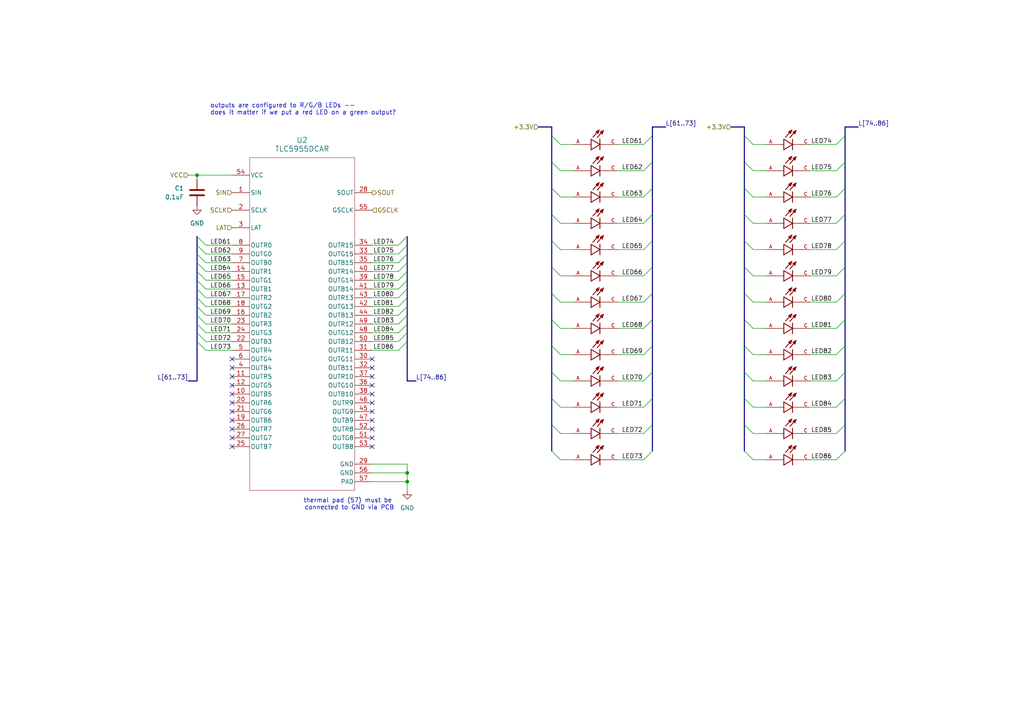
<source format=kicad_sch>
(kicad_sch (version 20231120) (generator "eeschema") (generator_version "8.0")
  (paper "A4")
  (lib_symbols
    (symbol "Device:C" (pin_numbers hide) (pin_names (offset 0.254))
      (property "Reference" "C" (at 0.635 2.54 0))
      (property "Value" "C" (at 0.635 -2.54 0))
      (symbol "C_0_1"
        (polyline (pts (xy -2.032 -0.762) (xy 2.032 -0.762)) (stroke (width 0.508)))
        (polyline (pts (xy -2.032 0.762) (xy 2.032 0.762)) (stroke (width 0.508)))
      )
      (symbol "C_1_1"
        (pin passive line (at 0 3.81 270) (length 2.794) (name "~") (number "1"))
        (pin passive line (at 0 -3.81 90) (length 2.794) (name "~") (number "2"))
      )
    )
    (symbol "LED 0603:LTST-C191KFKT" (pin_names (offset 1.016))
      (property "Reference" "D" (at -3.556 4.4958 0))
      (property "Value" "LTST-C191KFKT" (at -3.556 -3.302 0))
      (symbol "LTST-C191KFKT_0_0"
        (polyline (pts (xy -2.54 -1.524) (xy 0 0)) (stroke (width 0.254)))
        (polyline (pts (xy -2.54 0) (xy -5.08 0)) (stroke (width 0.1524)))
        (polyline (pts (xy -2.54 0) (xy -2.54 -1.524)) (stroke (width 0.254)))
        (polyline (pts (xy -2.54 1.524) (xy -2.54 0)) (stroke (width 0.254)))
        (polyline (pts (xy -1.1176 3.683) (xy -0.2286 4.1656)) (stroke (width 0.254)))
        (polyline (pts (xy -0.9398 3.6068) (xy -0.7112 3.7592)) (stroke (width 0.254)))
        (polyline (pts (xy -0.5588 3.2004) (xy -1.1176 3.683)) (stroke (width 0.254)))
        (polyline (pts (xy -0.5588 3.2004) (xy -0.5334 3.937)) (stroke (width 0.254)))
        (polyline (pts (xy -0.5334 3.937) (xy -0.6604 3.937)) (stroke (width 0.254)))
        (polyline (pts (xy -0.2286 4.1656) (xy -2.0066 2.1336)) (stroke (width 0.254)))
        (polyline (pts (xy -0.2286 4.1656) (xy -0.5588 3.2004)) (stroke (width 0.254)))
        (polyline (pts (xy 0 0) (xy -2.54 1.524)) (stroke (width 0.254)))
        (polyline (pts (xy 0 0) (xy 0 -1.524)) (stroke (width 0.254)))
        (polyline (pts (xy 0 1.524) (xy 0 0)) (stroke (width 0.254)))
        (polyline (pts (xy 0.127 3.5814) (xy 1.016 4.064)) (stroke (width 0.254)))
        (polyline (pts (xy 0.3048 3.5052) (xy 0.5334 3.6576)) (stroke (width 0.254)))
        (polyline (pts (xy 0.6858 3.0988) (xy 0.127 3.5814)) (stroke (width 0.254)))
        (polyline (pts (xy 0.6858 3.0988) (xy 0.7112 3.8354)) (stroke (width 0.254)))
        (polyline (pts (xy 0.7112 3.8354) (xy 0.5842 3.8354)) (stroke (width 0.254)))
        (polyline (pts (xy 1.016 4.064) (xy -0.762 2.032)) (stroke (width 0.254)))
        (polyline (pts (xy 1.016 4.064) (xy 0.6858 3.0988)) (stroke (width 0.254)))
        (polyline (pts (xy 2.54 0) (xy 0 0)) (stroke (width 0.1524)))
        (pin passive line (at -7.62 0 0) (length 2.54) (name "~") (number "A"))
        (pin passive line (at 5.08 0 180) (length 2.54) (name "~") (number "C"))
      )
    )
    (symbol "TLC5955:TLC5955DCAR" (pin_names (offset 0.254))
      (property "Reference" "U" (at 0 2.54 0))
      (property "Value" "TLC5955DCAR" (at 0 0 0))
      (symbol "TLC5955DCAR_0_1"
        (polyline (pts (xy -15.24 -48.26) (xy 15.24 -48.26)) (stroke (width 0.1016)))
        (polyline (pts (xy -15.24 48.26) (xy -15.24 -48.26)) (stroke (width 0.1016)))
        (polyline (pts (xy 15.24 -48.26) (xy 15.24 48.26)) (stroke (width 0.1016)))
        (polyline (pts (xy 15.24 48.26) (xy -15.24 48.26)) (stroke (width 0.1016)))
        (pin input line (at -20.32 38.1 0) (length 5.08) (name "SIN") (number "1"))
        (pin output line (at -20.32 -20.32 0) (length 5.08) (name "OUTB5") (number "10"))
        (pin output line (at -20.32 -15.24 0) (length 5.08) (name "OUTR5") (number "11"))
        (pin output line (at -20.32 -17.78 0) (length 5.08) (name "OUTG5") (number "12"))
        (pin output line (at -20.32 10.16 0) (length 5.08) (name "OUTB1") (number "13"))
        (pin output line (at -20.32 15.24 0) (length 5.08) (name "OUTR1") (number "14"))
        (pin output line (at -20.32 12.7 0) (length 5.08) (name "OUTG1") (number "15"))
        (pin output line (at -20.32 2.54 0) (length 5.08) (name "OUTB2") (number "16"))
        (pin output line (at -20.32 7.62 0) (length 5.08) (name "OUTR2") (number "17"))
        (pin output line (at -20.32 5.08 0) (length 5.08) (name "OUTG2") (number "18"))
        (pin output line (at -20.32 -27.94 0) (length 5.08) (name "OUTB6") (number "19"))
        (pin input line (at -20.32 33.02 0) (length 5.08) (name "SCLK") (number "2"))
        (pin output line (at -20.32 -22.86 0) (length 5.08) (name "OUTR6") (number "20"))
        (pin output line (at -20.32 -25.4 0) (length 5.08) (name "OUTG6") (number "21"))
        (pin output line (at -20.32 -5.08 0) (length 5.08) (name "OUTB3") (number "22"))
        (pin output line (at -20.32 0 0) (length 5.08) (name "OUTR3") (number "23"))
        (pin output line (at -20.32 -2.54 0) (length 5.08) (name "OUTG3") (number "24"))
        (pin output line (at -20.32 -35.56 0) (length 5.08) (name "OUTB7") (number "25"))
        (pin output line (at -20.32 -30.48 0) (length 5.08) (name "OUTR7") (number "26"))
        (pin output line (at -20.32 -33.02 0) (length 5.08) (name "OUTG7") (number "27"))
        (pin output line (at 20.32 38.1 180) (length 5.08) (name "SOUT") (number "28"))
        (pin power_in line (at 20.32 -40.64 180) (length 5.08) (name "GND") (number "29"))
        (pin input line (at -20.32 27.94 0) (length 5.08) (name "LAT") (number "3"))
        (pin output line (at 20.32 -10.16 180) (length 5.08) (name "OUTG11") (number "30"))
        (pin output line (at 20.32 -7.62 180) (length 5.08) (name "OUTR11") (number "31"))
        (pin output line (at 20.32 -12.7 180) (length 5.08) (name "OUTB11") (number "32"))
        (pin output line (at 20.32 20.32 180) (length 5.08) (name "OUTG15") (number "33"))
        (pin output line (at 20.32 22.86 180) (length 5.08) (name "OUTR15") (number "34"))
        (pin output line (at 20.32 17.78 180) (length 5.08) (name "OUTB15") (number "35"))
        (pin output line (at 20.32 -17.78 180) (length 5.08) (name "OUTG10") (number "36"))
        (pin output line (at 20.32 -15.24 180) (length 5.08) (name "OUTR10") (number "37"))
        (pin output line (at 20.32 -20.32 180) (length 5.08) (name "OUTB10") (number "38"))
        (pin output line (at 20.32 12.7 180) (length 5.08) (name "OUTG14") (number "39"))
        (pin output line (at -20.32 -12.7 0) (length 5.08) (name "OUTB4") (number "4"))
        (pin output line (at 20.32 15.24 180) (length 5.08) (name "OUTR14") (number "40"))
        (pin output line (at 20.32 10.16 180) (length 5.08) (name "OUTB14") (number "41"))
        (pin output line (at 20.32 5.08 180) (length 5.08) (name "OUTG13") (number "42"))
        (pin output line (at 20.32 7.62 180) (length 5.08) (name "OUTR13") (number "43"))
        (pin output line (at 20.32 2.54 180) (length 5.08) (name "OUTB13") (number "44"))
        (pin output line (at 20.32 -25.4 180) (length 5.08) (name "OUTG9") (number "45"))
        (pin output line (at 20.32 -22.86 180) (length 5.08) (name "OUTR9") (number "46"))
        (pin output line (at 20.32 -27.94 180) (length 5.08) (name "OUTB9") (number "47"))
        (pin output line (at 20.32 -2.54 180) (length 5.08) (name "OUTG12") (number "48"))
        (pin output line (at 20.32 0 180) (length 5.08) (name "OUTR12") (number "49"))
        (pin output line (at -20.32 -7.62 0) (length 5.08) (name "OUTR4") (number "5"))
        (pin output line (at 20.32 -5.08 180) (length 5.08) (name "OUTB12") (number "50"))
        (pin output line (at 20.32 -33.02 180) (length 5.08) (name "OUTG8") (number "51"))
        (pin output line (at 20.32 -30.48 180) (length 5.08) (name "OUTR8") (number "52"))
        (pin output line (at 20.32 -35.56 180) (length 5.08) (name "OUTB8") (number "53"))
        (pin power_in line (at -20.32 43.18 0) (length 5.08) (name "VCC") (number "54"))
        (pin input line (at 20.32 33.02 180) (length 5.08) (name "GSCLK") (number "55"))
        (pin power_in line (at 20.32 -43.18 180) (length 5.08) (name "GND") (number "56"))
        (pin power_in line (at 20.32 -45.72 180) (length 5.08) (name "PAD") (number "57"))
        (pin output line (at -20.32 -10.16 0) (length 5.08) (name "OUTG4") (number "6"))
        (pin output line (at -20.32 17.78 0) (length 5.08) (name "OUTB0") (number "7"))
        (pin output line (at -20.32 22.86 0) (length 5.08) (name "OUTR0") (number "8"))
        (pin output line (at -20.32 20.32 0) (length 5.08) (name "OUTG0") (number "9"))
      )
    )
    (symbol "power:GND" (power) (pin_numbers hide) (pin_names (offset 0) hide)
      (property "Value" "GND" (at 0 -3.81 0))
      (symbol "GND_0_1"
        (polyline (pts (xy 0 0) (xy 0 -1.27) (xy 1.27 -1.27) (xy 0 -2.54) (xy -1.27 -1.27) (xy 0 -1.27)))
      )
      (symbol "GND_1_1"
        (pin power_in line (at 0 0 270) (length 0) (name "~") (number "1"))
      )
    )
  )
  (junction (at 57.15 50.8))
  (junction (at 118.11 139.7))
  (junction (at 118.11 137.16))
  (no_connect (at 107.95 129.54))
  (no_connect (at 67.31 121.92))
  (no_connect (at 107.95 104.14))
  (no_connect (at 107.95 114.3))
  (no_connect (at 67.31 116.84))
  (no_connect (at 107.95 106.68))
  (no_connect (at 107.95 124.46))
  (no_connect (at 67.31 119.38))
  (no_connect (at 67.31 124.46))
  (no_connect (at 67.31 111.76))
  (no_connect (at 107.95 111.76))
  (no_connect (at 107.95 127))
  (no_connect (at 67.31 106.68))
  (no_connect (at 107.95 109.22))
  (no_connect (at 67.31 104.14))
  (no_connect (at 107.95 116.84))
  (no_connect (at 107.95 121.92))
  (no_connect (at 67.31 109.22))
  (no_connect (at 67.31 127))
  (no_connect (at 107.95 119.38))
  (no_connect (at 67.31 129.54))
  (no_connect (at 67.31 114.3))
  (bus_entry (at 118.11 83.82) (size -2.54 2.54))
  (bus_entry (at 160.02 46.99) (size 2.54 2.54))
  (bus_entry (at 215.9 77.47) (size 2.54 2.54))
  (bus_entry (at 160.02 123.19) (size 2.54 2.54))
  (bus_entry (at 245.11 54.61) (size -2.54 2.54))
  (bus_entry (at 57.15 78.74) (size 2.54 2.54))
  (bus_entry (at 245.11 85.09) (size -2.54 2.54))
  (bus_entry (at 57.15 76.2) (size 2.54 2.54))
  (bus_entry (at 160.02 85.09) (size 2.54 2.54))
  (bus_entry (at 57.15 68.58) (size 2.54 2.54))
  (bus_entry (at 160.02 115.57) (size 2.54 2.54))
  (bus_entry (at 57.15 86.36) (size 2.54 2.54))
  (bus_entry (at 118.11 78.74) (size -2.54 2.54))
  (bus_entry (at 160.02 92.71) (size 2.54 2.54))
  (bus_entry (at 118.11 68.58) (size -2.54 2.54))
  (bus_entry (at 215.9 107.95) (size 2.54 2.54))
  (bus_entry (at 57.15 83.82) (size 2.54 2.54))
  (bus_entry (at 215.9 92.71) (size 2.54 2.54))
  (bus_entry (at 189.23 39.37) (size -2.54 2.54))
  (bus_entry (at 215.9 54.61) (size 2.54 2.54))
  (bus_entry (at 245.11 100.33) (size -2.54 2.54))
  (bus_entry (at 160.02 62.23) (size 2.54 2.54))
  (bus_entry (at 245.11 115.57) (size -2.54 2.54))
  (bus_entry (at 118.11 73.66) (size -2.54 2.54))
  (bus_entry (at 57.15 96.52) (size 2.54 2.54))
  (bus_entry (at 57.15 81.28) (size 2.54 2.54))
  (bus_entry (at 118.11 86.36) (size -2.54 2.54))
  (bus_entry (at 215.9 100.33) (size 2.54 2.54))
  (bus_entry (at 118.11 91.44) (size -2.54 2.54))
  (bus_entry (at 118.11 93.98) (size -2.54 2.54))
  (bus_entry (at 189.23 123.19) (size -2.54 2.54))
  (bus_entry (at 189.23 100.33) (size -2.54 2.54))
  (bus_entry (at 245.11 77.47) (size -2.54 2.54))
  (bus_entry (at 118.11 99.06) (size -2.54 2.54))
  (bus_entry (at 245.11 46.99) (size -2.54 2.54))
  (bus_entry (at 189.23 46.99) (size -2.54 2.54))
  (bus_entry (at 189.23 85.09) (size -2.54 2.54))
  (bus_entry (at 189.23 107.95) (size -2.54 2.54))
  (bus_entry (at 57.15 99.06) (size 2.54 2.54))
  (bus_entry (at 118.11 81.28) (size -2.54 2.54))
  (bus_entry (at 118.11 71.12) (size -2.54 2.54))
  (bus_entry (at 245.11 107.95) (size -2.54 2.54))
  (bus_entry (at 160.02 54.61) (size 2.54 2.54))
  (bus_entry (at 245.11 92.71) (size -2.54 2.54))
  (bus_entry (at 160.02 69.85) (size 2.54 2.54))
  (bus_entry (at 189.23 77.47) (size -2.54 2.54))
  (bus_entry (at 245.11 69.85) (size -2.54 2.54))
  (bus_entry (at 57.15 88.9) (size 2.54 2.54))
  (bus_entry (at 215.9 69.85) (size 2.54 2.54))
  (bus_entry (at 215.9 62.23) (size 2.54 2.54))
  (bus_entry (at 57.15 73.66) (size 2.54 2.54))
  (bus_entry (at 215.9 130.81) (size 2.54 2.54))
  (bus_entry (at 160.02 107.95) (size 2.54 2.54))
  (bus_entry (at 160.02 100.33) (size 2.54 2.54))
  (bus_entry (at 57.15 91.44) (size 2.54 2.54))
  (bus_entry (at 118.11 76.2) (size -2.54 2.54))
  (bus_entry (at 57.15 93.98) (size 2.54 2.54))
  (bus_entry (at 245.11 62.23) (size -2.54 2.54))
  (bus_entry (at 215.9 46.99) (size 2.54 2.54))
  (bus_entry (at 215.9 39.37) (size 2.54 2.54))
  (bus_entry (at 160.02 39.37) (size 2.54 2.54))
  (bus_entry (at 189.23 62.23) (size -2.54 2.54))
  (bus_entry (at 189.23 69.85) (size -2.54 2.54))
  (bus_entry (at 189.23 92.71) (size -2.54 2.54))
  (bus_entry (at 189.23 54.61) (size -2.54 2.54))
  (bus_entry (at 215.9 115.57) (size 2.54 2.54))
  (bus_entry (at 189.23 115.57) (size -2.54 2.54))
  (bus_entry (at 245.11 39.37) (size -2.54 2.54))
  (bus_entry (at 215.9 85.09) (size 2.54 2.54))
  (bus_entry (at 215.9 123.19) (size 2.54 2.54))
  (bus_entry (at 160.02 77.47) (size 2.54 2.54))
  (bus_entry (at 57.15 71.12) (size 2.54 2.54))
  (bus_entry (at 118.11 96.52) (size -2.54 2.54))
  (bus_entry (at 245.11 130.81) (size -2.54 2.54))
  (bus_entry (at 189.23 130.81) (size -2.54 2.54))
  (bus_entry (at 118.11 88.9) (size -2.54 2.54))
  (bus_entry (at 160.02 130.81) (size 2.54 2.54))
  (bus_entry (at 245.11 123.19) (size -2.54 2.54))
  (wire (pts (xy 242.57 64.77) (xy 234.95 64.77)))
  (wire (pts (xy 115.57 83.82) (xy 107.95 83.82)))
  (wire (pts (xy 242.57 125.73) (xy 234.95 125.73)))
  (bus (pts (xy 245.11 54.61) (xy 245.11 62.23)))
  (bus (pts (xy 160.02 92.71) (xy 160.02 85.09)))
  (bus (pts (xy 57.15 99.06) (xy 57.15 110.49)))
  (wire (pts (xy 242.57 57.15) (xy 234.95 57.15)))
  (bus (pts (xy 245.11 115.57) (xy 245.11 123.19)))
  (wire (pts (xy 162.56 57.15) (xy 166.37 57.15)))
  (bus (pts (xy 160.02 85.09) (xy 160.02 77.47)))
  (bus (pts (xy 118.11 68.58) (xy 118.11 71.12)))
  (bus (pts (xy 118.11 93.98) (xy 118.11 96.52)))
  (wire (pts (xy 242.57 118.11) (xy 234.95 118.11)))
  (bus (pts (xy 215.9 39.37) (xy 215.9 36.83)))
  (wire (pts (xy 242.57 110.49) (xy 234.95 110.49)))
  (bus (pts (xy 57.15 71.12) (xy 57.15 73.66)))
  (bus (pts (xy 57.15 88.9) (xy 57.15 91.44)))
  (wire (pts (xy 218.44 64.77) (xy 222.25 64.77)))
  (wire (pts (xy 242.57 87.63) (xy 234.95 87.63)))
  (wire (pts (xy 242.57 49.53) (xy 234.95 49.53)))
  (wire (pts (xy 218.44 87.63) (xy 222.25 87.63)))
  (bus (pts (xy 215.9 92.71) (xy 215.9 85.09)))
  (bus (pts (xy 189.23 62.23) (xy 189.23 69.85)))
  (bus (pts (xy 57.15 76.2) (xy 57.15 78.74)))
  (bus (pts (xy 189.23 36.83) (xy 189.23 39.37)))
  (wire (pts (xy 59.69 81.28) (xy 67.31 81.28)))
  (wire (pts (xy 179.07 87.63) (xy 186.69 87.63)))
  (bus (pts (xy 160.02 77.47) (xy 160.02 69.85)))
  (bus (pts (xy 118.11 96.52) (xy 118.11 99.06)))
  (bus (pts (xy 160.02 115.57) (xy 160.02 107.95)))
  (wire (pts (xy 118.11 134.62) (xy 118.11 137.16)))
  (bus (pts (xy 118.11 78.74) (xy 118.11 81.28)))
  (bus (pts (xy 57.15 73.66) (xy 57.15 76.2)))
  (bus (pts (xy 160.02 39.37) (xy 160.02 36.83)))
  (bus (pts (xy 160.02 62.23) (xy 160.02 54.61)))
  (bus (pts (xy 245.11 39.37) (xy 245.11 46.99)))
  (bus (pts (xy 245.11 123.19) (xy 245.11 130.81)))
  (wire (pts (xy 115.57 78.74) (xy 107.95 78.74)))
  (bus (pts (xy 118.11 83.82) (xy 118.11 86.36)))
  (bus (pts (xy 215.9 123.19) (xy 215.9 115.57)))
  (bus (pts (xy 245.11 107.95) (xy 245.11 115.57)))
  (wire (pts (xy 59.69 101.6) (xy 67.31 101.6)))
  (bus (pts (xy 160.02 130.81) (xy 160.02 123.19)))
  (wire (pts (xy 218.44 72.39) (xy 222.25 72.39)))
  (bus (pts (xy 57.15 81.28) (xy 57.15 83.82)))
  (wire (pts (xy 162.56 118.11) (xy 166.37 118.11)))
  (wire (pts (xy 118.11 137.16) (xy 118.11 139.7)))
  (bus (pts (xy 160.02 107.95) (xy 160.02 100.33)))
  (wire (pts (xy 115.57 71.12) (xy 107.95 71.12)))
  (wire (pts (xy 59.69 91.44) (xy 67.31 91.44)))
  (wire (pts (xy 179.07 80.01) (xy 186.69 80.01)))
  (wire (pts (xy 118.11 139.7) (xy 118.11 142.24)))
  (bus (pts (xy 118.11 88.9) (xy 118.11 91.44)))
  (wire (pts (xy 115.57 93.98) (xy 107.95 93.98)))
  (wire (pts (xy 59.69 71.12) (xy 67.31 71.12)))
  (wire (pts (xy 218.44 125.73) (xy 222.25 125.73)))
  (bus (pts (xy 215.9 107.95) (xy 215.9 100.33)))
  (bus (pts (xy 160.02 54.61) (xy 160.02 46.99)))
  (bus (pts (xy 57.15 91.44) (xy 57.15 93.98)))
  (wire (pts (xy 107.95 139.7) (xy 118.11 139.7)))
  (wire (pts (xy 179.07 118.11) (xy 186.69 118.11)))
  (wire (pts (xy 162.56 80.01) (xy 166.37 80.01)))
  (bus (pts (xy 118.11 71.12) (xy 118.11 73.66)))
  (bus (pts (xy 57.15 78.74) (xy 57.15 81.28)))
  (bus (pts (xy 215.9 115.57) (xy 215.9 107.95)))
  (wire (pts (xy 162.56 133.35) (xy 166.37 133.35)))
  (wire (pts (xy 242.57 133.35) (xy 234.95 133.35)))
  (bus (pts (xy 215.9 100.33) (xy 215.9 92.71)))
  (bus (pts (xy 118.11 73.66) (xy 118.11 76.2)))
  (wire (pts (xy 115.57 73.66) (xy 107.95 73.66)))
  (wire (pts (xy 59.69 88.9) (xy 67.31 88.9)))
  (bus (pts (xy 57.15 68.58) (xy 57.15 71.12)))
  (bus (pts (xy 245.11 100.33) (xy 245.11 107.95)))
  (bus (pts (xy 245.11 36.83) (xy 245.11 39.37)))
  (wire (pts (xy 162.56 110.49) (xy 166.37 110.49)))
  (bus (pts (xy 189.23 100.33) (xy 189.23 107.95)))
  (wire (pts (xy 242.57 72.39) (xy 234.95 72.39)))
  (wire (pts (xy 54.61 50.8) (xy 57.15 50.8)))
  (wire (pts (xy 162.56 49.53) (xy 166.37 49.53)))
  (wire (pts (xy 218.44 102.87) (xy 222.25 102.87)))
  (wire (pts (xy 162.56 64.77) (xy 166.37 64.77)))
  (bus (pts (xy 160.02 46.99) (xy 160.02 39.37)))
  (bus (pts (xy 120.65 110.49) (xy 118.11 110.49)))
  (wire (pts (xy 115.57 76.2) (xy 107.95 76.2)))
  (wire (pts (xy 242.57 80.01) (xy 234.95 80.01)))
  (wire (pts (xy 59.69 78.74) (xy 67.31 78.74)))
  (wire (pts (xy 218.44 80.01) (xy 222.25 80.01)))
  (wire (pts (xy 162.56 41.91) (xy 166.37 41.91)))
  (bus (pts (xy 212.09 36.83) (xy 215.9 36.83)))
  (bus (pts (xy 189.23 69.85) (xy 189.23 77.47)))
  (wire (pts (xy 162.56 125.73) (xy 166.37 125.73)))
  (wire (pts (xy 162.56 87.63) (xy 166.37 87.63)))
  (wire (pts (xy 115.57 86.36) (xy 107.95 86.36)))
  (bus (pts (xy 160.02 69.85) (xy 160.02 62.23)))
  (wire (pts (xy 115.57 81.28) (xy 107.95 81.28)))
  (bus (pts (xy 118.11 76.2) (xy 118.11 78.74)))
  (bus (pts (xy 215.9 85.09) (xy 215.9 77.47)))
  (bus (pts (xy 189.23 92.71) (xy 189.23 100.33)))
  (wire (pts (xy 162.56 72.39) (xy 166.37 72.39)))
  (bus (pts (xy 215.9 77.47) (xy 215.9 69.85)))
  (wire (pts (xy 179.07 41.91) (xy 186.69 41.91)))
  (bus (pts (xy 215.9 69.85) (xy 215.9 62.23)))
  (wire (pts (xy 218.44 133.35) (xy 222.25 133.35)))
  (wire (pts (xy 242.57 102.87) (xy 234.95 102.87)))
  (wire (pts (xy 218.44 95.25) (xy 222.25 95.25)))
  (bus (pts (xy 189.23 36.83) (xy 193.04 36.83)))
  (wire (pts (xy 107.95 137.16) (xy 118.11 137.16)))
  (wire (pts (xy 59.69 96.52) (xy 67.31 96.52)))
  (wire (pts (xy 59.69 83.82) (xy 67.31 83.82)))
  (wire (pts (xy 57.15 50.8) (xy 57.15 52.07)))
  (wire (pts (xy 162.56 102.87) (xy 166.37 102.87)))
  (bus (pts (xy 215.9 62.23) (xy 215.9 54.61)))
  (wire (pts (xy 179.07 110.49) (xy 186.69 110.49)))
  (bus (pts (xy 57.15 93.98) (xy 57.15 96.52)))
  (wire (pts (xy 218.44 41.91) (xy 222.25 41.91)))
  (bus (pts (xy 245.11 36.83) (xy 248.92 36.83)))
  (bus (pts (xy 245.11 92.71) (xy 245.11 100.33)))
  (bus (pts (xy 54.61 110.49) (xy 57.15 110.49)))
  (bus (pts (xy 118.11 91.44) (xy 118.11 93.98)))
  (bus (pts (xy 189.23 54.61) (xy 189.23 62.23)))
  (wire (pts (xy 115.57 99.06) (xy 107.95 99.06)))
  (bus (pts (xy 245.11 77.47) (xy 245.11 85.09)))
  (wire (pts (xy 115.57 91.44) (xy 107.95 91.44)))
  (wire (pts (xy 115.57 101.6) (xy 107.95 101.6)))
  (wire (pts (xy 179.07 72.39) (xy 186.69 72.39)))
  (bus (pts (xy 215.9 46.99) (xy 215.9 39.37)))
  (wire (pts (xy 179.07 49.53) (xy 186.69 49.53)))
  (bus (pts (xy 57.15 96.52) (xy 57.15 99.06)))
  (wire (pts (xy 59.69 99.06) (xy 67.31 99.06)))
  (bus (pts (xy 118.11 81.28) (xy 118.11 83.82)))
  (bus (pts (xy 118.11 99.06) (xy 118.11 110.49)))
  (wire (pts (xy 162.56 95.25) (xy 166.37 95.25)))
  (wire (pts (xy 57.15 50.8) (xy 67.31 50.8)))
  (wire (pts (xy 218.44 57.15) (xy 222.25 57.15)))
  (bus (pts (xy 189.23 123.19) (xy 189.23 130.81)))
  (wire (pts (xy 218.44 118.11) (xy 222.25 118.11)))
  (wire (pts (xy 179.07 57.15) (xy 186.69 57.15)))
  (bus (pts (xy 245.11 46.99) (xy 245.11 54.61)))
  (bus (pts (xy 189.23 107.95) (xy 189.23 115.57)))
  (bus (pts (xy 245.11 62.23) (xy 245.11 69.85)))
  (bus (pts (xy 118.11 86.36) (xy 118.11 88.9)))
  (wire (pts (xy 59.69 93.98) (xy 67.31 93.98)))
  (wire (pts (xy 179.07 125.73) (xy 186.69 125.73)))
  (wire (pts (xy 179.07 64.77) (xy 186.69 64.77)))
  (bus (pts (xy 189.23 46.99) (xy 189.23 54.61)))
  (bus (pts (xy 160.02 123.19) (xy 160.02 115.57)))
  (bus (pts (xy 215.9 54.61) (xy 215.9 46.99)))
  (wire (pts (xy 179.07 133.35) (xy 186.69 133.35)))
  (wire (pts (xy 218.44 49.53) (xy 222.25 49.53)))
  (wire (pts (xy 59.69 76.2) (xy 67.31 76.2)))
  (wire (pts (xy 59.69 86.36) (xy 67.31 86.36)))
  (bus (pts (xy 156.21 36.83) (xy 160.02 36.83)))
  (wire (pts (xy 242.57 41.91) (xy 234.95 41.91)))
  (wire (pts (xy 59.69 73.66) (xy 67.31 73.66)))
  (bus (pts (xy 57.15 86.36) (xy 57.15 88.9)))
  (wire (pts (xy 242.57 95.25) (xy 234.95 95.25)))
  (wire (pts (xy 179.07 95.25) (xy 186.69 95.25)))
  (bus (pts (xy 245.11 85.09) (xy 245.11 92.71)))
  (bus (pts (xy 160.02 100.33) (xy 160.02 92.71)))
  (bus (pts (xy 189.23 115.57) (xy 189.23 123.19)))
  (wire (pts (xy 179.07 102.87) (xy 186.69 102.87)))
  (wire (pts (xy 115.57 96.52) (xy 107.95 96.52)))
  (bus (pts (xy 245.11 69.85) (xy 245.11 77.47)))
  (bus (pts (xy 189.23 77.47) (xy 189.23 85.09)))
  (wire (pts (xy 115.57 88.9) (xy 107.95 88.9)))
  (bus (pts (xy 189.23 39.37) (xy 189.23 46.99)))
  (wire (pts (xy 218.44 110.49) (xy 222.25 110.49)))
  (bus (pts (xy 215.9 130.81) (xy 215.9 123.19)))
  (bus (pts (xy 189.23 85.09) (xy 189.23 92.71)))
  (bus (pts (xy 57.15 83.82) (xy 57.15 86.36)))
  (wire (pts (xy 107.95 134.62) (xy 118.11 134.62)))
  (text "thermal pad (57) must be \nconnected to GND via PCB" (at 101.346 146.304 0) (effects (font (size 1.27 1.27))))
  (text "outputs are configured to R/G/B LEDs -- \ndoes it matter if we put a red LED on a green output?" (at 60.96 31.75 0) (effects (font (size 1.27 1.27)) (justify left)))
  (label "L[61..73]" (at 54.61 110.49 180))
  (label "LED64" (at 60.96 78.74 0))
  (label "LED81" (at 241.3 95.25 180))
  (label "LED79" (at 114.3 83.82 180))
  (label "LED76" (at 241.3 57.15 180))
  (label "LED69" (at 60.96 91.44 0))
  (label "LED84" (at 241.3 118.11 180))
  (label "LED83" (at 114.3 93.98 180))
  (label "LED69" (at 180.34 102.87 0))
  (label "LED62" (at 60.96 73.66 0))
  (label "LED66" (at 60.96 83.82 0))
  (label "LED65" (at 60.96 81.28 0))
  (label "LED72" (at 180.34 125.73 0))
  (label "LED85" (at 241.3 125.73 180))
  (label "LED77" (at 114.3 78.74 180))
  (label "LED68" (at 180.34 95.25 0))
  (label "LED83" (at 241.3 110.49 180))
  (label "LED63" (at 180.34 57.15 0))
  (label "LED73" (at 60.96 101.6 0))
  (label "LED86" (at 241.3 133.35 180))
  (label "LED79" (at 241.3 80.01 180))
  (label "LED82" (at 114.3 91.44 180))
  (label "LED75" (at 114.3 73.66 180))
  (label "L[74..86]" (at 120.65 110.49 0))
  (label "LED82" (at 241.3 102.87 180))
  (label "LED78" (at 241.3 72.39 180))
  (label "LED71" (at 60.96 96.52 0))
  (label "LED70" (at 180.34 110.49 0))
  (label "LED80" (at 114.3 86.36 180))
  (label "LED64" (at 180.34 64.77 0))
  (label "LED74" (at 241.3 41.91 180))
  (label "LED68" (at 60.96 88.9 0))
  (label "LED81" (at 114.3 88.9 180))
  (label "LED86" (at 114.3 101.6 180))
  (label "LED71" (at 180.34 118.11 0))
  (label "LED74" (at 114.3 71.12 180))
  (label "LED76" (at 114.3 76.2 180))
  (label "LED70" (at 60.96 93.98 0))
  (label "LED78" (at 114.3 81.28 180))
  (label "LED73" (at 180.34 133.35 0))
  (label "L[61..73]" (at 193.04 36.83 0))
  (label "LED61" (at 180.34 41.91 0))
  (label "LED65" (at 180.34 72.39 0))
  (label "LED66" (at 180.34 80.01 0))
  (label "LED75" (at 241.3 49.53 180))
  (label "LED67" (at 60.96 86.36 0))
  (label "LED61" (at 60.96 71.12 0))
  (label "LED67" (at 180.34 87.63 0))
  (label "LED84" (at 114.3 96.52 180))
  (label "LED85" (at 114.3 99.06 180))
  (label "LED62" (at 180.34 49.53 0))
  (label "LED63" (at 60.96 76.2 0))
  (label "LED77" (at 241.3 64.77 180))
  (label "L[74..86]" (at 248.92 36.83 0))
  (label "LED80" (at 241.3 87.63 180))
  (label "LED72" (at 60.96 99.06 0))
  (hierarchical_label "SOUT" (shape output) (at 107.95 55.88 0))
  (hierarchical_label "+3.3V" (shape input) (at 212.09 36.83 180))
  (hierarchical_label "SIN" (shape input) (at 67.31 55.88 180))
  (hierarchical_label "VCC" (shape input) (at 54.61 50.8 180))
  (hierarchical_label "LAT" (shape input) (at 67.31 66.04 180))
  (hierarchical_label "+3.3V" (shape input) (at 156.21 36.83 180))
  (hierarchical_label "SCLK" (shape input) (at 67.31 60.96 180))
  (hierarchical_label "GSCLK" (shape input) (at 107.95 60.96 0))
  (symbol (lib_id "LED 0603:LTST-C191KFKT") (at 173.99 118.11 0) (unit 1)
    (property "Reference" "D61" (effects (hide yes)))
    (property "Value" "LTST-C191KFKT" (effects (hide yes)))
    (property "Footprint" "LTST-C191KFKT:LEDC1608X55N" (effects (hide yes)))
    (property "PARTREV" "Rev. H" (effects (hide yes)))
    (property "MANUFACTURER" "Lite-On Inc." (effects (hide yes)))
    (property "MAXIMUM_PACKAGE_HEIGHT" "0.65 mm" (effects (hide yes)))
    (property "STANDARD" "IPC-7351B" (effects (hide yes)))
  )
  (symbol (lib_id "power:GND") (at 57.15 59.69 0) (mirror y) (unit 1)
    (property "Reference" "#PWR01" (effects (hide yes)))
    (property "Value" "GND" (at 57.15 64.77 0))
    (property "Description" "Power symbol creates a global label with name \"GND\" , ground" (effects (hide yes)))
  )
  (symbol (lib_id "LED 0603:LTST-C191KFKT") (at 173.99 41.91 0) (unit 1)
    (property "Reference" "D14" (effects (hide yes)))
    (property "Value" "LTST-C191KFKT" (effects (hide yes)))
    (property "Footprint" "LTST-C191KFKT:LEDC1608X55N" (effects (hide yes)))
    (property "PARTREV" "Rev. H" (effects (hide yes)))
    (property "MANUFACTURER" "Lite-On Inc." (effects (hide yes)))
    (property "MAXIMUM_PACKAGE_HEIGHT" "0.65 mm" (effects (hide yes)))
    (property "STANDARD" "IPC-7351B" (effects (hide yes)))
  )
  (symbol (lib_id "LED 0603:LTST-C191KFKT") (at 229.87 64.77 0) (unit 1)
    (property "Reference" "D68" (effects (hide yes)))
    (property "Value" "LTST-C191KFKT" (effects (hide yes)))
    (property "Footprint" "LTST-C191KFKT:LEDC1608X55N" (effects (hide yes)))
    (property "PARTREV" "Rev. H" (effects (hide yes)))
    (property "MANUFACTURER" "Lite-On Inc." (effects (hide yes)))
    (property "MAXIMUM_PACKAGE_HEIGHT" "0.65 mm" (effects (hide yes)))
    (property "STANDARD" "IPC-7351B" (effects (hide yes)))
  )
  (symbol (lib_id "LED 0603:LTST-C191KFKT") (at 229.87 133.35 0) (unit 1)
    (property "Reference" "D77" (effects (hide yes)))
    (property "Value" "LTST-C191KFKT" (effects (hide yes)))
    (property "Footprint" "LTST-C191KFKT:LEDC1608X55N" (effects (hide yes)))
    (property "PARTREV" "Rev. H" (effects (hide yes)))
    (property "MANUFACTURER" "Lite-On Inc." (effects (hide yes)))
    (property "MAXIMUM_PACKAGE_HEIGHT" "0.65 mm" (effects (hide yes)))
    (property "STANDARD" "IPC-7351B" (effects (hide yes)))
  )
  (symbol (lib_id "LED 0603:LTST-C191KFKT") (at 173.99 87.63 0) (unit 1)
    (property "Reference" "D40" (effects (hide yes)))
    (property "Value" "LTST-C191KFKT" (effects (hide yes)))
    (property "Footprint" "LTST-C191KFKT:LEDC1608X55N" (effects (hide yes)))
    (property "PARTREV" "Rev. H" (effects (hide yes)))
    (property "MANUFACTURER" "Lite-On Inc." (effects (hide yes)))
    (property "MAXIMUM_PACKAGE_HEIGHT" "0.65 mm" (effects (hide yes)))
    (property "STANDARD" "IPC-7351B" (effects (hide yes)))
  )
  (symbol (lib_id "LED 0603:LTST-C191KFKT") (at 229.87 72.39 0) (unit 1)
    (property "Reference" "D69" (effects (hide yes)))
    (property "Value" "LTST-C191KFKT" (effects (hide yes)))
    (property "Footprint" "LTST-C191KFKT:LEDC1608X55N" (effects (hide yes)))
    (property "PARTREV" "Rev. H" (effects (hide yes)))
    (property "MANUFACTURER" "Lite-On Inc." (effects (hide yes)))
    (property "MAXIMUM_PACKAGE_HEIGHT" "0.65 mm" (effects (hide yes)))
    (property "STANDARD" "IPC-7351B" (effects (hide yes)))
  )
  (symbol (lib_id "LED 0603:LTST-C191KFKT") (at 229.87 41.91 0) (unit 1)
    (property "Reference" "D65" (effects (hide yes)))
    (property "Value" "LTST-C191KFKT" (effects (hide yes)))
    (property "Footprint" "LTST-C191KFKT:LEDC1608X55N" (effects (hide yes)))
    (property "PARTREV" "Rev. H" (effects (hide yes)))
    (property "MANUFACTURER" "Lite-On Inc." (effects (hide yes)))
    (property "MAXIMUM_PACKAGE_HEIGHT" "0.65 mm" (effects (hide yes)))
    (property "STANDARD" "IPC-7351B" (effects (hide yes)))
  )
  (symbol (lib_id "LED 0603:LTST-C191KFKT") (at 229.87 49.53 0) (unit 1)
    (property "Reference" "D66" (effects (hide yes)))
    (property "Value" "LTST-C191KFKT" (effects (hide yes)))
    (property "Footprint" "LTST-C191KFKT:LEDC1608X55N" (effects (hide yes)))
    (property "PARTREV" "Rev. H" (effects (hide yes)))
    (property "MANUFACTURER" "Lite-On Inc." (effects (hide yes)))
    (property "MAXIMUM_PACKAGE_HEIGHT" "0.65 mm" (effects (hide yes)))
    (property "STANDARD" "IPC-7351B" (effects (hide yes)))
  )
  (symbol (lib_id "LED 0603:LTST-C191KFKT") (at 229.87 80.01 0) (unit 1)
    (property "Reference" "D70" (effects (hide yes)))
    (property "Value" "LTST-C191KFKT" (effects (hide yes)))
    (property "Footprint" "LTST-C191KFKT:LEDC1608X55N" (effects (hide yes)))
    (property "PARTREV" "Rev. H" (effects (hide yes)))
    (property "MANUFACTURER" "Lite-On Inc." (effects (hide yes)))
    (property "MAXIMUM_PACKAGE_HEIGHT" "0.65 mm" (effects (hide yes)))
    (property "STANDARD" "IPC-7351B" (effects (hide yes)))
  )
  (symbol (lib_id "LED 0603:LTST-C191KFKT") (at 229.87 125.73 0) (unit 1)
    (property "Reference" "D76" (effects (hide yes)))
    (property "Value" "LTST-C191KFKT" (effects (hide yes)))
    (property "Footprint" "LTST-C191KFKT:LEDC1608X55N" (effects (hide yes)))
    (property "PARTREV" "Rev. H" (effects (hide yes)))
    (property "MANUFACTURER" "Lite-On Inc." (effects (hide yes)))
    (property "MAXIMUM_PACKAGE_HEIGHT" "0.65 mm" (effects (hide yes)))
    (property "STANDARD" "IPC-7351B" (effects (hide yes)))
  )
  (symbol (lib_id "Device:C") (at 57.15 55.88 0) (mirror x) (unit 1)
    (property "Reference" "C1" (at 53.34 54.6099 0) (effects (justify right)))
    (property "Value" "0.1uF" (at 53.34 57.1499 0) (effects (justify right)))
    (property "Description" "Unpolarized capacitor" (effects (hide yes)))
  )
  (symbol (lib_id "LED 0603:LTST-C191KFKT") (at 173.99 95.25 0) (unit 1)
    (property "Reference" "D41" (effects (hide yes)))
    (property "Value" "LTST-C191KFKT" (effects (hide yes)))
    (property "Footprint" "LTST-C191KFKT:LEDC1608X55N" (effects (hide yes)))
    (property "PARTREV" "Rev. H" (effects (hide yes)))
    (property "MANUFACTURER" "Lite-On Inc." (effects (hide yes)))
    (property "MAXIMUM_PACKAGE_HEIGHT" "0.65 mm" (effects (hide yes)))
    (property "STANDARD" "IPC-7351B" (effects (hide yes)))
  )
  (symbol (lib_id "LED 0603:LTST-C191KFKT") (at 173.99 49.53 0) (unit 1)
    (property "Reference" "D15" (effects (hide yes)))
    (property "Value" "LTST-C191KFKT" (effects (hide yes)))
    (property "Footprint" "LTST-C191KFKT:LEDC1608X55N" (effects (hide yes)))
    (property "PARTREV" "Rev. H" (effects (hide yes)))
    (property "MANUFACTURER" "Lite-On Inc." (effects (hide yes)))
    (property "MAXIMUM_PACKAGE_HEIGHT" "0.65 mm" (effects (hide yes)))
    (property "STANDARD" "IPC-7351B" (effects (hide yes)))
  )
  (symbol (lib_id "LED 0603:LTST-C191KFKT") (at 173.99 64.77 0) (unit 1)
    (property "Reference" "D36" (effects (hide yes)))
    (property "Value" "LTST-C191KFKT" (effects (hide yes)))
    (property "Footprint" "LTST-C191KFKT:LEDC1608X55N" (effects (hide yes)))
    (property "PARTREV" "Rev. H" (effects (hide yes)))
    (property "MANUFACTURER" "Lite-On Inc." (effects (hide yes)))
    (property "MAXIMUM_PACKAGE_HEIGHT" "0.65 mm" (effects (hide yes)))
    (property "STANDARD" "IPC-7351B" (effects (hide yes)))
  )
  (symbol (lib_id "LED 0603:LTST-C191KFKT") (at 229.87 95.25 0) (unit 1)
    (property "Reference" "D72" (effects (hide yes)))
    (property "Value" "LTST-C191KFKT" (effects (hide yes)))
    (property "Footprint" "LTST-C191KFKT:LEDC1608X55N" (effects (hide yes)))
    (property "PARTREV" "Rev. H" (effects (hide yes)))
    (property "MANUFACTURER" "Lite-On Inc." (effects (hide yes)))
    (property "MAXIMUM_PACKAGE_HEIGHT" "0.65 mm" (effects (hide yes)))
    (property "STANDARD" "IPC-7351B" (effects (hide yes)))
  )
  (symbol (lib_id "LED 0603:LTST-C191KFKT") (at 173.99 102.87 0) (unit 1)
    (property "Reference" "D42" (effects (hide yes)))
    (property "Value" "LTST-C191KFKT" (effects (hide yes)))
    (property "Footprint" "LTST-C191KFKT:LEDC1608X55N" (effects (hide yes)))
    (property "PARTREV" "Rev. H" (effects (hide yes)))
    (property "MANUFACTURER" "Lite-On Inc." (effects (hide yes)))
    (property "MAXIMUM_PACKAGE_HEIGHT" "0.65 mm" (effects (hide yes)))
    (property "STANDARD" "IPC-7351B" (effects (hide yes)))
  )
  (symbol (lib_id "TLC5955:TLC5955DCAR") (at 87.63 93.98 0) (unit 1)
    (property "Reference" "U2" (at 87.63 40.64 0) (effects (font (size 1.524 1.524))))
    (property "Value" "TLC5955DCAR" (at 87.63 43.18 0) (effects (font (size 1.524 1.524))))
    (property "Footprint" "DCA0056F_N" (effects (hide yes)))
    (property "Datasheet" "TLC5955DCAR" (effects (hide yes)))
  )
  (symbol (lib_id "LED 0603:LTST-C191KFKT") (at 229.87 87.63 0) (unit 1)
    (property "Reference" "D71" (effects (hide yes)))
    (property "Value" "LTST-C191KFKT" (effects (hide yes)))
    (property "Footprint" "LTST-C191KFKT:LEDC1608X55N" (effects (hide yes)))
    (property "PARTREV" "Rev. H" (effects (hide yes)))
    (property "MANUFACTURER" "Lite-On Inc." (effects (hide yes)))
    (property "MAXIMUM_PACKAGE_HEIGHT" "0.65 mm" (effects (hide yes)))
    (property "STANDARD" "IPC-7351B" (effects (hide yes)))
  )
  (symbol (lib_id "LED 0603:LTST-C191KFKT") (at 229.87 57.15 0) (unit 1)
    (property "Reference" "D67" (effects (hide yes)))
    (property "Value" "LTST-C191KFKT" (effects (hide yes)))
    (property "Footprint" "LTST-C191KFKT:LEDC1608X55N" (effects (hide yes)))
    (property "PARTREV" "Rev. H" (effects (hide yes)))
    (property "MANUFACTURER" "Lite-On Inc." (effects (hide yes)))
    (property "MAXIMUM_PACKAGE_HEIGHT" "0.65 mm" (effects (hide yes)))
    (property "STANDARD" "IPC-7351B" (effects (hide yes)))
  )
  (symbol (lib_id "LED 0603:LTST-C191KFKT") (at 173.99 110.49 0) (unit 1)
    (property "Reference" "D60" (effects (hide yes)))
    (property "Value" "LTST-C191KFKT" (effects (hide yes)))
    (property "Footprint" "LTST-C191KFKT:LEDC1608X55N" (effects (hide yes)))
    (property "PARTREV" "Rev. H" (effects (hide yes)))
    (property "MANUFACTURER" "Lite-On Inc." (effects (hide yes)))
    (property "MAXIMUM_PACKAGE_HEIGHT" "0.65 mm" (effects (hide yes)))
    (property "STANDARD" "IPC-7351B" (effects (hide yes)))
  )
  (symbol (lib_id "LED 0603:LTST-C191KFKT") (at 229.87 102.87 0) (unit 1)
    (property "Reference" "D73" (effects (hide yes)))
    (property "Value" "LTST-C191KFKT" (effects (hide yes)))
    (property "Footprint" "LTST-C191KFKT:LEDC1608X55N" (effects (hide yes)))
    (property "PARTREV" "Rev. H" (effects (hide yes)))
    (property "MANUFACTURER" "Lite-On Inc." (effects (hide yes)))
    (property "MAXIMUM_PACKAGE_HEIGHT" "0.65 mm" (effects (hide yes)))
    (property "STANDARD" "IPC-7351B" (effects (hide yes)))
  )
  (symbol (lib_id "LED 0603:LTST-C191KFKT") (at 173.99 133.35 0) (unit 1)
    (property "Reference" "D63" (effects (hide yes)))
    (property "Value" "LTST-C191KFKT" (effects (hide yes)))
    (property "Footprint" "LTST-C191KFKT:LEDC1608X55N" (effects (hide yes)))
    (property "PARTREV" "Rev. H" (effects (hide yes)))
    (property "MANUFACTURER" "Lite-On Inc." (effects (hide yes)))
    (property "MAXIMUM_PACKAGE_HEIGHT" "0.65 mm" (effects (hide yes)))
    (property "STANDARD" "IPC-7351B" (effects (hide yes)))
  )
  (symbol (lib_id "LED 0603:LTST-C191KFKT") (at 173.99 80.01 0) (unit 1)
    (property "Reference" "D38" (effects (hide yes)))
    (property "Value" "LTST-C191KFKT" (effects (hide yes)))
    (property "Footprint" "LTST-C191KFKT:LEDC1608X55N" (effects (hide yes)))
    (property "PARTREV" "Rev. H" (effects (hide yes)))
    (property "MANUFACTURER" "Lite-On Inc." (effects (hide yes)))
    (property "MAXIMUM_PACKAGE_HEIGHT" "0.65 mm" (effects (hide yes)))
    (property "STANDARD" "IPC-7351B" (effects (hide yes)))
  )
  (symbol (lib_id "LED 0603:LTST-C191KFKT") (at 173.99 72.39 0) (unit 1)
    (property "Reference" "D37" (effects (hide yes)))
    (property "Value" "LTST-C191KFKT" (effects (hide yes)))
    (property "Footprint" "LTST-C191KFKT:LEDC1608X55N" (effects (hide yes)))
    (property "PARTREV" "Rev. H" (effects (hide yes)))
    (property "MANUFACTURER" "Lite-On Inc." (effects (hide yes)))
    (property "MAXIMUM_PACKAGE_HEIGHT" "0.65 mm" (effects (hide yes)))
    (property "STANDARD" "IPC-7351B" (effects (hide yes)))
  )
  (symbol (lib_id "power:GND") (at 118.11 142.24 0) (mirror y) (unit 1)
    (property "Reference" "#PWR05" (effects (hide yes)))
    (property "Value" "GND" (at 118.11 147.32 0))
    (property "Description" "Power symbol creates a global label with name \"GND\" , ground" (effects (hide yes)))
  )
  (symbol (lib_id "LED 0603:LTST-C191KFKT") (at 229.87 118.11 0) (unit 1)
    (property "Reference" "D75" (effects (hide yes)))
    (property "Value" "LTST-C191KFKT" (effects (hide yes)))
    (property "Footprint" "LTST-C191KFKT:LEDC1608X55N" (effects (hide yes)))
    (property "PARTREV" "Rev. H" (effects (hide yes)))
    (property "MANUFACTURER" "Lite-On Inc." (effects (hide yes)))
    (property "MAXIMUM_PACKAGE_HEIGHT" "0.65 mm" (effects (hide yes)))
    (property "STANDARD" "IPC-7351B" (effects (hide yes)))
  )
  (symbol (lib_id "LED 0603:LTST-C191KFKT") (at 173.99 57.15 0) (unit 1)
    (property "Reference" "D16" (effects (hide yes)))
    (property "Value" "LTST-C191KFKT" (effects (hide yes)))
    (property "Footprint" "LTST-C191KFKT:LEDC1608X55N" (effects (hide yes)))
    (property "PARTREV" "Rev. H" (effects (hide yes)))
    (property "MANUFACTURER" "Lite-On Inc." (effects (hide yes)))
    (property "MAXIMUM_PACKAGE_HEIGHT" "0.65 mm" (effects (hide yes)))
    (property "STANDARD" "IPC-7351B" (effects (hide yes)))
  )
  (symbol (lib_id "LED 0603:LTST-C191KFKT") (at 229.87 110.49 0) (unit 1)
    (property "Reference" "D74" (effects (hide yes)))
    (property "Value" "LTST-C191KFKT" (effects (hide yes)))
    (property "Footprint" "LTST-C191KFKT:LEDC1608X55N" (effects (hide yes)))
    (property "PARTREV" "Rev. H" (effects (hide yes)))
    (property "MANUFACTURER" "Lite-On Inc." (effects (hide yes)))
    (property "MAXIMUM_PACKAGE_HEIGHT" "0.65 mm" (effects (hide yes)))
    (property "STANDARD" "IPC-7351B" (effects (hide yes)))
  )
  (symbol (lib_id "LED 0603:LTST-C191KFKT") (at 173.99 125.73 0) (unit 1)
    (property "Reference" "D62" (effects (hide yes)))
    (property "Value" "LTST-C191KFKT" (effects (hide yes)))
    (property "Footprint" "LTST-C191KFKT:LEDC1608X55N" (effects (hide yes)))
    (property "PARTREV" "Rev. H" (effects (hide yes)))
    (property "MANUFACTURER" "Lite-On Inc." (effects (hide yes)))
    (property "MAXIMUM_PACKAGE_HEIGHT" "0.65 mm" (effects (hide yes)))
    (property "STANDARD" "IPC-7351B" (effects (hide yes)))
  )
)
</source>
